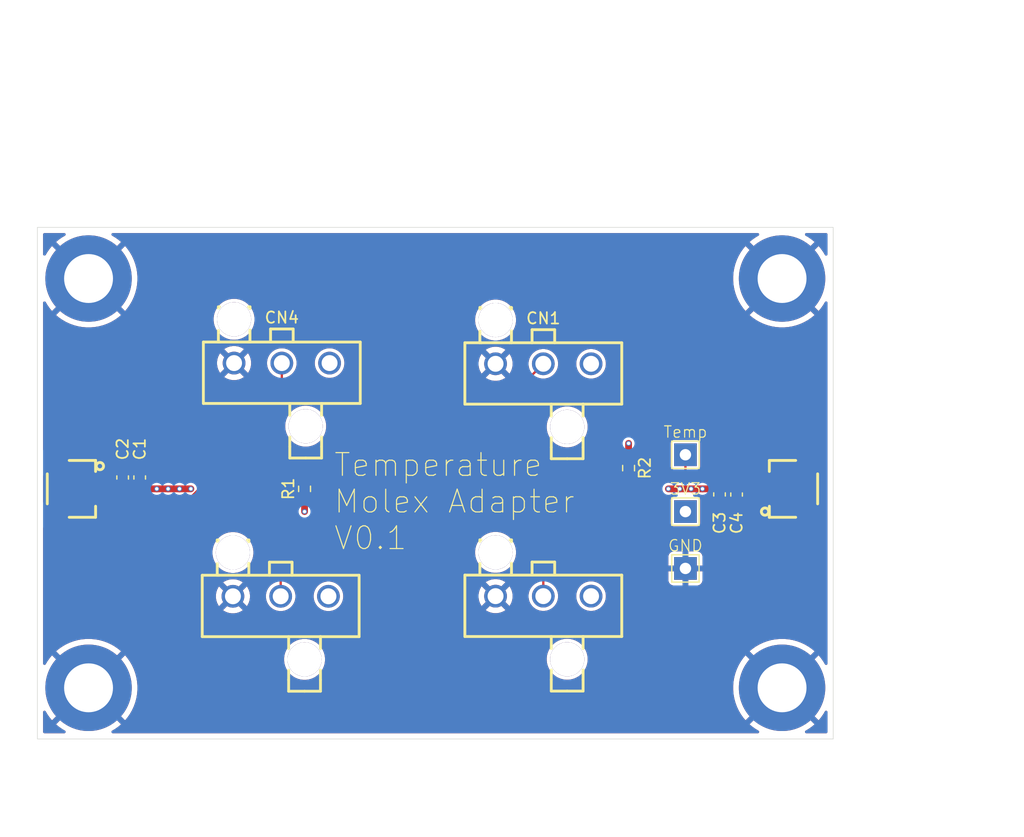
<source format=kicad_pcb>
(kicad_pcb (version 20241229) (generator "pcbnew") (generator_version "9.0")
  (layers (0 "F.Cu" signal) (4 "In1.Cu" power "Ground") (6 "In2.Cu" power "Power") (2 "B.Cu" signal) (13 "F.Paste" user) (15 "B.Paste" user) (5 "F.SilkS" user "F.Silkscreen") (7 "B.SilkS" user "B.Silkscreen") (1 "F.Mask" user) (3 "B.Mask" user) (25 "Edge.Cuts" user))
  (net 0 "")
  (net 1 "GND")
  (net 2 "/temp_jst/3v3")
  (net 3 "/temp_jst/temp")
  (footprint "Resistor_SMD:R_0603_1608Metric" (layer "F.Cu") (at 39 38.5 90)
    (property "Reference" "R1" (at 0 -1.43 90) (layer "F.SilkS"))
    (property "Value" "4.7k")
    (fp_line (start -0.237258 -0.5225) (end 0.237258 -0.5225) (stroke (width 0.12)) (layer "F.SilkS"))
    (fp_line (start -0.237258 0.5225) (end 0.237258 0.5225) (stroke (width 0.12)) (layer "F.SilkS"))
    (pad "1" smd roundrect (at -0.825 0 90) (size 0.8 0.95) (layers "F.Cu" "F.Mask" "F.Paste") (net 2 "/temp_jst/3v3"))
    (pad "2" smd roundrect (at 0.825 0 90) (size 0.8 0.95) (layers "F.Cu" "F.Mask" "F.Paste") (net 3 "/temp_jst/temp"))
  )
  (footprint "MountingHole:MountingHole_4.3mm_M4_ISO7380_Pad" (layer "F.Cu") (at 81 56)
    (property "Reference" "H4" (hide yes))
    (property "Value" "MountingHole_Pad")
    (pad "1" thru_hole circle (at 0 0) (size 7.6 7.6) (drill 4.3) (layers "*.Cu" "*.Mask") (net 1 "GND"))
  )
  (footprint "easyeda2kicad:LabeledTestPoint" (layer "F.Cu") (at 72.5 35.5)
    (property "Reference" "TP2" (hide yes))
    (property "Value" "LabeledTestPoint")
    (property "Label" "Temp" (at 0 -2 0) (layer "F.SilkS") (effects (font (thickness 0.1))))
    (fp_line (start -1.2 -1.2) (end 1.2 -1.2) (stroke (width 0.12)) (layer "F.SilkS"))
    (fp_line (start -1.2 1.2) (end -1.2 -1.2) (stroke (width 0.12)) (layer "F.SilkS"))
    (fp_line (start 1.2 -1.2) (end 1.2 1.2) (stroke (width 0.12)) (layer "F.SilkS"))
    (fp_line (start 1.2 1.2) (end -1.2 1.2) (stroke (width 0.12)) (layer "F.SilkS"))
    (pad "1" thru_hole rect (at 0 0) (size 2 2) (drill 1) (layers "*.Cu" "*.Mask") (net 3 "/temp_jst/temp"))
  )
  (footprint "MountingHole:MountingHole_4.3mm_M4_ISO7380_Pad" (layer "F.Cu") (at 20 56)
    (property "Reference" "H3" (hide yes))
    (property "Value" "MountingHole_Pad")
    (pad "1" thru_hole circle (at 0 0) (size 7.6 7.6) (drill 4.3) (layers "*.Cu" "*.Mask") (net 1 "GND"))
  )
  (footprint "easyeda2kicad:CONN-TH_3P-P4.20_39302030" (layer "F.Cu") (at 36.9 47.95)
    (property "Reference" "CN3" (hide yes))
    (property "Value" "39302030")
    (fp_line (start -6.9 -1.85) (end -6.9 3.55) (stroke (width 0.25)) (layer "F.SilkS"))
    (fp_line (start -6.9 3.55) (end 3.5 3.55) (stroke (width 0.25)) (layer "F.SilkS"))
    (fp_line (start -5.58 -4.95) (end -5.49 -4.95) (stroke (width 0.25)) (layer "F.SilkS"))
    (fp_line (start -5.58 -4.83) (end -5.58 -4.95) (stroke (width 0.25)) (layer "F.SilkS"))
    (fp_line (start -5.58 -1.85) (end -5.58 -2.87) (stroke (width 0.25)) (layer "F.SilkS"))
    (fp_line (start -5.44 -1.85) (end -6.9 -1.85) (stroke (width 0.25)) (layer "F.SilkS"))
    (fp_line (start -2.96 -1.85) (end -5.44 -1.85) (stroke (width 0.25)) (layer "F.SilkS"))
    (fp_line (start -2.92 -4.95) (end -2.8 -4.95) (stroke (width 0.25)) (layer "F.SilkS"))
    (fp_line (start -2.8 -4.95) (end -2.8 -4.8) (stroke (width 0.25)) (layer "F.SilkS"))
    (fp_line (start -2.8 -2.9) (end -2.8 -1.85) (stroke (width 0.25)) (layer "F.SilkS"))
    (fp_line (start -0.99 -3) (end 1 -3) (stroke (width 0.25)) (layer "F.SilkS"))
    (fp_line (start -0.99 -1.85) (end -0.99 -3) (stroke (width 0.25)) (layer "F.SilkS"))
    (fp_line (start 0.7 4.6) (end 0.7 3.55) (stroke (width 0.25)) (layer "F.SilkS"))
    (fp_line (start 0.7 7.35) (end 0.7 6.5) (stroke (width 0.25)) (layer "F.SilkS"))
    (fp_line (start 0.7 8.35) (end 0.7 7.35) (stroke (width 0.25)) (layer "F.SilkS"))
    (fp_line (start 1 -3) (end 1 -1.85) (stroke (width 0.25)) (layer "F.SilkS"))
    (fp_line (start 2.1 8.35) (end 0.7 8.35) (stroke (width 0.25)) (layer "F.SilkS"))
    (fp_line (start 2.1 8.35) (end 3.5 8.35) (stroke (width 0.25)) (layer "F.SilkS"))
    (fp_line (start 3.5 3.55) (end 6.9 3.55) (stroke (width 0.25)) (layer "F.SilkS"))
    (fp_line (start 3.5 4.6) (end 3.5 3.55) (stroke (width 0.25)) (layer "F.SilkS"))
    (fp_line (start 3.5 7.35) (end 3.5 6.5) (stroke (width 0.25)) (layer "F.SilkS"))
    (fp_line (start 3.5 8.35) (end 3.5 7.35) (stroke (width 0.25)) (layer "F.SilkS"))
    (fp_line (start 6.9 -1.85) (end -2.96 -1.85) (stroke (width 0.25)) (layer "F.SilkS"))
    (fp_line (start 6.9 3.55) (end 6.9 -1.85) (stroke (width 0.25)) (layer "F.SilkS"))
    (pad "" thru_hole circle (at -4.2 -3.85) (size 3 3) (drill 3) (layers "*.Cu" "*.Mask"))
    (pad "" thru_hole circle (at 2.1 5.55) (size 3 3) (drill 3) (layers "*.Cu" "*.Mask"))
    (pad "1" thru_hole circle (at 4.2 0) (size 2 2) (drill 1.399997) (layers "*.Cu" "*.Mask") (net 2 "/temp_jst/3v3"))
    (pad "2" thru_hole circle (at 0 0) (size 2 2) (drill 1.399997) (layers "*.Cu" "*.Mask") (net 3 "/temp_jst/temp"))
    (pad "3" thru_hole circle (at -4.2 0) (size 2 2) (drill 1.399997) (layers "*.Cu" "*.Mask") (net 1 "GND"))
  )
  (footprint "easyeda2kicad:CONN-TH_3P-P4.20_39302030" (layer "F.Cu") (at 60 27.5)
    (property "Reference" "CN1" (at 0 -4 0) (layer "F.SilkS"))
    (property "Value" "39302030")
    (fp_line (start -6.9 -1.85) (end -6.9 3.55) (stroke (width 0.25)) (layer "F.SilkS"))
    (fp_line (start -6.9 3.55) (end 3.5 3.55) (stroke (width 0.25)) (layer "F.SilkS"))
    (fp_line (start -5.58 -4.95) (end -5.49 -4.95) (stroke (width 0.25)) (layer "F.SilkS"))
    (fp_line (start -5.58 -4.83) (end -5.58 -4.95) (stroke (width 0.25)) (layer "F.SilkS"))
    (fp_line (start -5.58 -1.85) (end -5.58 -2.87) (stroke (width 0.25)) (layer "F.SilkS"))
    (fp_line (start -5.44 -1.85) (end -6.9 -1.85) (stroke (width 0.25)) (layer "F.SilkS"))
    (fp_line (start -2.96 -1.85) (end -5.44 -1.85) (stroke (width 0.25)) (layer "F.SilkS"))
    (fp_line (start -2.92 -4.95) (end -2.8 -4.95) (stroke (width 0.25)) (layer "F.SilkS"))
    (fp_line (start -2.8 -4.95) (end -2.8 -4.8) (stroke (width 0.25)) (layer "F.SilkS"))
    (fp_line (start -2.8 -2.9) (end -2.8 -1.85) (stroke (width 0.25)) (layer "F.SilkS"))
    (fp_line (start -0.99 -3) (end 1 -3) (stroke (width 0.25)) (layer "F.SilkS"))
    (fp_line (start -0.99 -1.85) (end -0.99 -3) (stroke (width 0.25)) (layer "F.SilkS"))
    (fp_line (start 0.7 4.6) (end 0.7 3.55) (stroke (width 0.25)) (layer "F.SilkS"))
    (fp_line (start 0.7 7.35) (end 0.7 6.5) (stroke (width 0.25)) (layer "F.SilkS"))
    (fp_line (start 0.7 8.35) (end 0.7 7.35) (stroke (width 0.25)) (layer "F.SilkS"))
    (fp_line (start 1 -3) (end 1 -1.85) (stroke (width 0.25)) (layer "F.SilkS"))
    (fp_line (start 2.1 8.35) (end 0.7 8.35) (stroke (width 0.25)) (layer "F.SilkS"))
    (fp_line (start 2.1 8.35) (end 3.5 8.35) (stroke (width 0.25)) (layer "F.SilkS"))
    (fp_line (start 3.5 3.55) (end 6.9 3.55) (stroke (width 0.25)) (layer "F.SilkS"))
    (fp_line (start 3.5 4.6) (end 3.5 3.55) (stroke (width 0.25)) (layer "F.SilkS"))
    (fp_line (start 3.5 7.35) (end 3.5 6.5) (stroke (width 0.25)) (layer "F.SilkS"))
    (fp_line (start 3.5 8.35) (end 3.5 7.35) (stroke (width 0.25)) (layer "F.SilkS"))
    (fp_line (start 6.9 -1.85) (end -2.96 -1.85) (stroke (width 0.25)) (layer "F.SilkS"))
    (fp_line (start 6.9 3.55) (end 6.9 -1.85) (stroke (width 0.25)) (layer "F.SilkS"))
    (pad "" thru_hole circle (at -4.2 -3.85) (size 3 3) (drill 3) (layers "*.Cu" "*.Mask"))
    (pad "" thru_hole circle (at 2.1 5.55) (size 3 3) (drill 3) (layers "*.Cu" "*.Mask"))
    (pad "1" thru_hole circle (at 4.2 0) (size 2 2) (drill 1.399997) (layers "*.Cu" "*.Mask") (net 2 "/temp_jst/3v3"))
    (pad "2" thru_hole circle (at 0 0) (size 2 2) (drill 1.399997) (layers "*.Cu" "*.Mask") (net 3 "/temp_jst/temp"))
    (pad "3" thru_hole circle (at -4.2 0) (size 2 2) (drill 1.399997) (layers "*.Cu" "*.Mask") (net 1 "GND"))
  )
  (footprint "easyeda2kicad:CONN-TH_3P-P4.20_39302030" (layer "F.Cu") (at 37 27.4375)
    (property "Reference" "CN4" (at 0 -4 0) (layer "F.SilkS"))
    (property "Value" "39302030")
    (fp_line (start -6.9 -1.85) (end -6.9 3.55) (stroke (width 0.25)) (layer "F.SilkS"))
    (fp_line (start -6.9 3.55) (end 3.5 3.55) (stroke (width 0.25)) (layer "F.SilkS"))
    (fp_line (start -5.58 -4.95) (end -5.49 -4.95) (stroke (width 0.25)) (layer "F.SilkS"))
    (fp_line (start -5.58 -4.83) (end -5.58 -4.95) (stroke (width 0.25)) (layer "F.SilkS"))
    (fp_line (start -5.58 -1.85) (end -5.58 -2.87) (stroke (width 0.25)) (layer "F.SilkS"))
    (fp_line (start -5.44 -1.85) (end -6.9 -1.85) (stroke (width 0.25)) (layer "F.SilkS"))
    (fp_line (start -2.96 -1.85) (end -5.44 -1.85) (stroke (width 0.25)) (layer "F.SilkS"))
    (fp_line (start -2.92 -4.95) (end -2.8 -4.95) (stroke (width 0.25)) (layer "F.SilkS"))
    (fp_line (start -2.8 -4.95) (end -2.8 -4.8) (stroke (width 0.25)) (layer "F.SilkS"))
    (fp_line (start -2.8 -2.9) (end -2.8 -1.85) (stroke (width 0.25)) (layer "F.SilkS"))
    (fp_line (start -0.99 -3) (end 1 -3) (stroke (width 0.25)) (layer "F.SilkS"))
    (fp_line (start -0.99 -1.85) (end -0.99 -3) (stroke (width 0.25)) (layer "F.SilkS"))
    (fp_line (start 0.7 4.6) (end 0.7 3.55) (stroke (width 0.25)) (layer "F.SilkS"))
    (fp_line (start 0.7 7.35) (end 0.7 6.5) (stroke (width 0.25)) (layer "F.SilkS"))
    (fp_line (start 0.7 8.35) (end 0.7 7.35) (stroke (width 0.25)) (layer "F.SilkS"))
    (fp_line (start 1 -3) (end 1 -1.85) (stroke (width 0.25)) (layer "F.SilkS"))
    (fp_line (start 2.1 8.35) (end 0.7 8.35) (stroke (width 0.25)) (layer "F.SilkS"))
    (fp_line (start 2.1 8.35) (end 3.5 8.35) (stroke (width 0.25)) (layer "F.SilkS"))
    (fp_line (start 3.5 3.55) (end 6.9 3.55) (stroke (width 0.25)) (layer "F.SilkS"))
    (fp_line (start 3.5 4.6) (end 3.5 3.55) (stroke (width 0.25)) (layer "F.SilkS"))
    (fp_line (start 3.5 7.35) (end 3.5 6.5) (stroke (width 0.25)) (layer "F.SilkS"))
    (fp_line (start 3.5 8.35) (end 3.5 7.35) (stroke (width 0.25)) (layer "F.SilkS"))
    (fp_line (start 6.9 -1.85) (end -2.96 -1.85) (stroke (width 0.25)) (layer "F.SilkS"))
    (fp_line (start 6.9 3.55) (end 6.9 -1.85) (stroke (width 0.25)) (layer "F.SilkS"))
    (pad "" thru_hole circle (at -4.2 -3.85) (size 3 3) (drill 3) (layers "*.Cu" "*.Mask"))
    (pad "" thru_hole circle (at 2.1 5.55) (size 3 3) (drill 3) (layers "*.Cu" "*.Mask"))
    (pad "1" thru_hole circle (at 4.2 0) (size 2 2) (drill 1.399997) (layers "*.Cu" "*.Mask") (net 2 "/temp_jst/3v3"))
    (pad "2" thru_hole circle (at 0 0) (size 2 2) (drill 1.399997) (layers "*.Cu" "*.Mask") (net 3 "/temp_jst/temp"))
    (pad "3" thru_hole circle (at -4.2 0) (size 2 2) (drill 1.399997) (layers "*.Cu" "*.Mask") (net 1 "GND"))
  )
  (footprint "Capacitor_SMD:C_0603_1608Metric" (layer "F.Cu") (at 23 37.5 -90)
    (property "Reference" "C2" (at -2.5 0 90) (layer "F.SilkS"))
    (property "Value" "100nF")
    (fp_line (start -0.14058 0.51) (end 0.14058 0.51) (stroke (width 0.12)) (layer "F.SilkS"))
    (fp_line (start -0.14058 -0.51) (end 0.14058 -0.51) (stroke (width 0.12)) (layer "F.SilkS"))
    (pad "1" smd roundrect (at -0.775 0 270) (size 0.9 0.95) (layers "F.Cu" "F.Mask" "F.Paste") (net 1 "GND"))
    (pad "2" smd roundrect (at 0.775 0 270) (size 0.9 0.95) (layers "F.Cu" "F.Mask" "F.Paste") (net 2 "/temp_jst/3v3"))
  )
  (footprint "easyeda2kicad:LabeledTestPoint" (layer "F.Cu") (at 72.5 40.5)
    (property "Reference" "TP1" (hide yes))
    (property "Value" "LabeledTestPoint")
    (property "Label" "3V3" (at 0 -2 0) (layer "F.SilkS") (effects (font (thickness 0.1))))
    (fp_line (start -1.2 -1.2) (end 1.2 -1.2) (stroke (width 0.12)) (layer "F.SilkS"))
    (fp_line (start -1.2 1.2) (end -1.2 -1.2) (stroke (width 0.12)) (layer "F.SilkS"))
    (fp_line (start 1.2 -1.2) (end 1.2 1.2) (stroke (width 0.12)) (layer "F.SilkS"))
    (fp_line (start 1.2 1.2) (end -1.2 1.2) (stroke (width 0.12)) (layer "F.SilkS"))
    (pad "1" thru_hole rect (at 0 0) (size 2 2) (drill 1) (layers "*.Cu" "*.Mask") (net 2 "/temp_jst/3v3"))
  )
  (footprint "Capacitor_SMD:C_0603_1608Metric" (layer "F.Cu") (at 24.5 37.5 -90)
    (property "Reference" "C1" (at -2.5 0 90) (layer "F.SilkS"))
    (property "Value" "1uF")
    (fp_line (start -0.14058 0.51) (end 0.14058 0.51) (stroke (width 0.12)) (layer "F.SilkS"))
    (fp_line (start -0.14058 -0.51) (end 0.14058 -0.51) (stroke (width 0.12)) (layer "F.SilkS"))
    (pad "1" smd roundrect (at -0.775 0 270) (size 0.9 0.95) (layers "F.Cu" "F.Mask" "F.Paste") (net 1 "GND"))
    (pad "2" smd roundrect (at 0.775 0 270) (size 0.9 0.95) (layers "F.Cu" "F.Mask" "F.Paste") (net 2 "/temp_jst/3v3"))
  )
  (footprint "easyeda2kicad:CONN-SMD_SM03B-SRSS-TB-LF-SN-P" (layer "F.Cu") (at 19 38.5 -90)
    (property "Reference" "U2" (hide yes))
    (property "Value" "SM03B-SRSS-TB(LF)(SN)(P)")
    (fp_line (start -1.32 2.63) (end 1.32 2.63) (stroke (width 0.25)) (layer "F.SilkS"))
    (fp_line (start -2.5 -1.62) (end -2.5 0.7) (stroke (width 0.25)) (layer "F.SilkS"))
    (fp_line (start -2.5 -1.62) (end -1.53 -1.62) (stroke (width 0.25)) (layer "F.SilkS"))
    (fp_line (start -2.37 -1.62) (end -2.5 -1.62) (stroke (width 0.25)) (layer "F.SilkS"))
    (fp_line (start 1.53 -1.62) (end 2.5 -1.62) (stroke (width 0.25)) (layer "F.SilkS"))
    (fp_line (start 2.5 -1.62) (end 2.5 0.7) (stroke (width 0.25)) (layer "F.SilkS"))
    (fp_circle (center -2 -2) (end -1.68 -2) (stroke (width 0.25)) (fill no) (layer "F.SilkS"))
    (pad "1" smd rect (at -1 -1.94 270) (size 0.6 1.55) (layers "F.Cu" "F.Mask" "F.Paste") (net 1 "GND"))
    (pad "2" smd rect (at 0 -1.94 270) (size 0.6 1.55) (layers "F.Cu" "F.Mask" "F.Paste") (net 2 "/temp_jst/3v3"))
    (pad "3" smd rect (at 1 -1.94 270) (size 0.6 1.55) (layers "F.Cu" "F.Mask" "F.Paste") (net 3 "/temp_jst/temp"))
    (pad "4" smd rect (at 2.3 1.94 270) (size 1.5 2) (layers "F.Cu" "F.Mask" "F.Paste"))
    (pad "5" smd rect (at -2.3 1.94 270) (size 1.5 2) (layers "F.Cu" "F.Mask" "F.Paste"))
  )
  (footprint "easyeda2kicad:CONN-SMD_SM03B-SRSS-TB-LF-SN-P" (layer "F.Cu") (at 81.5 38.5 90)
    (property "Reference" "U1" (hide yes))
    (property "Value" "SM03B-SRSS-TB(LF)(SN)(P)")
    (fp_line (start 2.5 -1.62) (end 2.5 0.7) (stroke (width 0.25)) (layer "F.SilkS"))
    (fp_line (start 1.53 -1.62) (end 2.5 -1.62) (stroke (width 0.25)) (layer "F.SilkS"))
    (fp_line (start -2.37 -1.62) (end -2.5 -1.62) (stroke (width 0.25)) (layer "F.SilkS"))
    (fp_line (start -2.5 -1.62) (end -1.53 -1.62) (stroke (width 0.25)) (layer "F.SilkS"))
    (fp_line (start -2.5 -1.62) (end -2.5 0.7) (stroke (width 0.25)) (layer "F.SilkS"))
    (fp_line (start -1.32 2.63) (end 1.32 2.63) (stroke (width 0.25)) (layer "F.SilkS"))
    (fp_circle (center -2 -2) (end -1.68 -2) (stroke (width 0.25)) (fill no) (layer "F.SilkS"))
    (pad "1" smd rect (at -1 -1.94 90) (size 0.6 1.55) (layers "F.Cu" "F.Mask" "F.Paste") (net 1 "GND"))
    (pad "2" smd rect (at 0 -1.94 90) (size 0.6 1.55) (layers "F.Cu" "F.Mask" "F.Paste") (net 2 "/temp_jst/3v3"))
    (pad "3" smd rect (at 1 -1.94 90) (size 0.6 1.55) (layers "F.Cu" "F.Mask" "F.Paste") (net 3 "/temp_jst/temp"))
    (pad "4" smd rect (at 2.3 1.94 90) (size 1.5 2) (layers "F.Cu" "F.Mask" "F.Paste"))
    (pad "5" smd rect (at -2.3 1.94 90) (size 1.5 2) (layers "F.Cu" "F.Mask" "F.Paste"))
  )
  (footprint "MountingHole:MountingHole_4.3mm_M4_ISO7380_Pad" (layer "F.Cu") (at 20 20)
    (property "Reference" "H1" (hide yes))
    (property "Value" "MountingHole_Pad")
    (pad "1" thru_hole circle (at 0 0) (size 7.6 7.6) (drill 4.3) (layers "*.Cu" "*.Mask") (net 1 "GND"))
  )
  (footprint "easyeda2kicad:LabeledTestPoint" (layer "F.Cu") (at 72.5 45.5)
    (property "Reference" "TP3" (hide yes))
    (property "Value" "LabeledTestPoint")
    (property "Label" "GND" (at 0 -2 0) (layer "F.SilkS") (effects (font (thickness 0.1))))
    (fp_line (start -1.2 -1.2) (end 1.2 -1.2) (stroke (width 0.12)) (layer "F.SilkS"))
    (fp_line (start -1.2 1.2) (end -1.2 -1.2) (stroke (width 0.12)) (layer "F.SilkS"))
    (fp_line (start 1.2 -1.2) (end 1.2 1.2) (stroke (width 0.12)) (layer "F.SilkS"))
    (fp_line (start 1.2 1.2) (end -1.2 1.2) (stroke (width 0.12)) (layer "F.SilkS"))
    (pad "1" thru_hole rect (at 0 0) (size 2 2) (drill 1) (layers "*.Cu" "*.Mask") (net 1 "GND"))
  )
  (footprint "Resistor_SMD:R_0603_1608Metric" (layer "F.Cu") (at 67.5 36.675 -90)
    (property "Reference" "R2" (at 0 -1.43 90) (layer "F.SilkS"))
    (property "Value" "4.7k")
    (fp_line (start -0.237258 0.5225) (end 0.237258 0.5225) (stroke (width 0.12)) (layer "F.SilkS"))
    (fp_line (start -0.237258 -0.5225) (end 0.237258 -0.5225) (stroke (width 0.12)) (layer "F.SilkS"))
    (pad "1" smd roundrect (at -0.825 0 270) (size 0.8 0.95) (layers "F.Cu" "F.Mask" "F.Paste") (net 2 "/temp_jst/3v3"))
    (pad "2" smd roundrect (at 0.825 0 270) (size 0.8 0.95) (layers "F.Cu" "F.Mask" "F.Paste") (net 3 "/temp_jst/temp"))
  )
  (footprint "easyeda2kicad:CONN-TH_3P-P4.20_39302030" (layer "F.Cu") (at 60 47.9375)
    (property "Reference" "CN2" (hide yes))
    (property "Value" "39302030")
    (fp_line (start -6.9 -1.85) (end -6.9 3.55) (stroke (width 0.25)) (layer "F.SilkS"))
    (fp_line (start -6.9 3.55) (end 3.5 3.55) (stroke (width 0.25)) (layer "F.SilkS"))
    (fp_line (start -5.58 -4.95) (end -5.49 -4.95) (stroke (width 0.25)) (layer "F.SilkS"))
    (fp_line (start -5.58 -4.83) (end -5.58 -4.95) (stroke (width 0.25)) (layer "F.SilkS"))
    (fp_line (start -5.58 -1.85) (end -5.58 -2.87) (stroke (width 0.25)) (layer "F.SilkS"))
    (fp_line (start -5.44 -1.85) (end -6.9 -1.85) (stroke (width 0.25)) (layer "F.SilkS"))
    (fp_line (start -2.96 -1.85) (end -5.44 -1.85) (stroke (width 0.25)) (layer "F.SilkS"))
    (fp_line (start -2.92 -4.95) (end -2.8 -4.95) (stroke (width 0.25)) (layer "F.SilkS"))
    (fp_line (start -2.8 -4.95) (end -2.8 -4.8) (stroke (width 0.25)) (layer "F.SilkS"))
    (fp_line (start -2.8 -2.9) (end -2.8 -1.85) (stroke (width 0.25)) (layer "F.SilkS"))
    (fp_line (start -0.99 -3) (end 1 -3) (stroke (width 0.25)) (layer "F.SilkS"))
    (fp_line (start -0.99 -1.85) (end -0.99 -3) (stroke (width 0.25)) (layer "F.SilkS"))
    (fp_line (start 0.7 4.6) (end 0.7 3.55) (stroke (width 0.25)) (layer "F.SilkS"))
    (fp_line (start 0.7 7.35) (end 0.7 6.5) (stroke (width 0.25)) (layer "F.SilkS"))
    (fp_line (start 0.7 8.35) (end 0.7 7.35) (stroke (width 0.25)) (layer "F.SilkS"))
    (fp_line (start 1 -3) (end 1 -1.85) (stroke (width 0.25)) (layer "F.SilkS"))
    (fp_line (start 2.1 8.35) (end 0.7 8.35) (stroke (width 0.25)) (layer "F.SilkS"))
    (fp_line (start 2.1 8.35) (end 3.5 8.35) (stroke (width 0.25)) (layer "F.SilkS"))
    (fp_line (start 3.5 3.55) (end 6.9 3.55) (stroke (width 0.25)) (layer "F.SilkS"))
    (fp_line (start 3.5 4.6) (end 3.5 3.55) (stroke (width 0.25)) (layer "F.SilkS"))
    (fp_line (start 3.5 7.35) (end 3.5 6.5) (stroke (width 0.25)) (layer "F.SilkS"))
    (fp_line (start 3.5 8.35) (end 3.5 7.35) (stroke (width 0.25)) (layer "F.SilkS"))
    (fp_line (start 6.9 -1.85) (end -2.96 -1.85) (stroke (width 0.25)) (layer "F.SilkS"))
    (fp_line (start 6.9 3.55) (end 6.9 -1.85) (stroke (width 0.25)) (layer "F.SilkS"))
    (pad "" thru_hole circle (at -4.2 -3.85) (size 3 3) (drill 3) (layers "*.Cu" "*.Mask"))
    (pad "" thru_hole circle (at 2.1 5.55) (size 3 3) (drill 3) (layers "*.Cu" "*.Mask"))
    (pad "1" thru_hole circle (at 4.2 0) (size 2 2) (drill 1.399997) (layers "*.Cu" "*.Mask") (net 2 "/temp_jst/3v3"))
    (pad "2" thru_hole circle (at 0 0) (size 2 2) (drill 1.399997) (layers "*.Cu" "*.Mask") (net 3 "/temp_jst/temp"))
    (pad "3" thru_hole circle (at -4.2 0) (size 2 2) (drill 1.399997) (layers "*.Cu" "*.Mask") (net 1 "GND"))
  )
  (footprint "Capacitor_SMD:C_0603_1608Metric" (layer "F.Cu") (at 77 39 90)
    (property "Reference" "C4" (at -2.5 0 90) (layer "F.SilkS"))
    (property "Value" "100nF")
    (fp_line (start -0.14058 -0.51) (end 0.14058 -0.51) (stroke (width 0.12)) (layer "F.SilkS"))
    (fp_line (start -0.14058 0.51) (end 0.14058 0.51) (stroke (width 0.12)) (layer "F.SilkS"))
    (pad "1" smd roundrect (at -0.775 0 90) (size 0.9 0.95) (layers "F.Cu" "F.Mask" "F.Paste") (net 1 "GND"))
    (pad "2" smd roundrect (at 0.775 0 90) (size 0.9 0.95) (layers "F.Cu" "F.Mask" "F.Paste") (net 2 "/temp_jst/3v3"))
  )
  (footprint "Capacitor_SMD:C_0603_1608Metric" (layer "F.Cu") (at 75.5 38.99 90)
    (property "Reference" "C3" (at -2.51 0 90) (layer "F.SilkS"))
    (property "Value" "1uF")
    (fp_line (start -0.14058 -0.51) (end 0.14058 -0.51) (stroke (width 0.12)) (layer "F.SilkS"))
    (fp_line (start -0.14058 0.51) (end 0.14058 0.51) (stroke (width 0.12)) (layer "F.SilkS"))
    (pad "1" smd roundrect (at -0.775 0 90) (size 0.9 0.95) (layers "F.Cu" "F.Mask" "F.Paste") (net 1 "GND"))
    (pad "2" smd roundrect (at 0.775 0 90) (size 0.9 0.95) (layers "F.Cu" "F.Mask" "F.Paste") (net 2 "/temp_jst/3v3"))
  )
  (footprint "MountingHole:MountingHole_4.3mm_M4_ISO7380_Pad" (layer "F.Cu") (at 81 20)
    (property "Reference" "H2" (hide yes))
    (property "Value" "MountingHole_Pad")
    (pad "1" thru_hole circle (at 0 0) (size 7.6 7.6) (drill 4.3) (layers "*.Cu" "*.Mask") (net 1 "GND"))
  )
  (gr_rect (start 15.5 15.5) (end 85.5 60.5) (stroke (width 0.05)) (fill no) (layer "Edge.Cuts"))
  (gr_text "Temperature\nMolex Adapter\nV0.1" (at 41.5 44 0) (layer "F.SilkS") (effects (font (size 2 2) (thickness 0.1)) (justify left bottom)))
  (segment (start 79.56 38.5) (end 74 38.5) (width 0.6) (layer "F.Cu") (net 2))
  (segment (start 28 38.5) (end 29 38.5) (width 0.6) (layer "F.Cu") (net 2))
  (segment (start 72 38.5) (end 71 38.5) (width 0.6) (layer "F.Cu") (net 2))
  (segment (start 67.5 35.85) (end 67.5 34.5) (width 0.6) (layer "F.Cu") (net 2))
  (segment (start 39 39.325) (end 39 40.5) (width 0.6) (layer "F.Cu") (net 2))
  (segment (start 74 38.5) (end 73 38.5) (width 0.6) (layer "F.Cu") (net 2))
  (segment (start 26 38.5) (end 27 38.5) (width 0.6) (layer "F.Cu") (net 2))
  (segment (start 20.94 38.5) (end 26 38.5) (width 0.6) (layer "F.Cu") (net 2))
  (segment (start 27 38.5) (end 28 38.5) (width 0.6) (layer "F.Cu") (net 2))
  (segment (start 73 38.5) (end 72 38.5) (width 0.6) (layer "F.Cu") (net 2))
  (via (at 27 38.5) (size 0.45) (drill 0.3) (layers "F.Cu" "B.Cu") (net 2))
  (via (at 73 38.5) (size 0.45) (drill 0.3) (layers "F.Cu" "B.Cu") (net 2))
  (via (at 26 38.5) (size 0.45) (drill 0.3) (layers "F.Cu" "B.Cu") (net 2))
  (via (at 71 38.5) (size 0.45) (drill 0.3) (layers "F.Cu" "B.Cu") (net 2))
  (via (at 74 38.5) (size 0.45) (drill 0.3) (layers "F.Cu" "B.Cu") (net 2))
  (via (at 29 38.5) (size 0.45) (drill 0.3) (layers "F.Cu" "B.Cu") (net 2))
  (via (at 67.5 34.5) (size 0.45) (drill 0.3) (layers "F.Cu" "B.Cu") (net 2))
  (via (at 72 38.5) (size 0.45) (drill 0.3) (layers "F.Cu" "B.Cu") (net 2))
  (via (at 28 38.5) (size 0.45) (drill 0.3) (layers "F.Cu" "B.Cu") (net 2))
  (via (at 39 40.5) (size 0.45) (drill 0.3) (layers "F.Cu" "B.Cu") (net 2))
  (segment (start 30.746705 37.5) (end 37 37.5) (width 0.2) (layer "F.Cu") (net 3))
  (segment (start 60 40.5) (end 57 37.5) (width 0.2) (layer "F.Cu") (net 3))
  (segment (start 72.5 37) (end 72 37.5) (width 0.2) (layer "F.Cu") (net 3))
  (segment (start 72 37.5) (end 79.56 37.5) (width 0.2) (layer "F.Cu") (net 3))
  (segment (start 28.5 39.5) (end 28.746705 39.5) (width 0.2) (layer "F.Cu") (net 3))
  (segment (start 72.5 35.5) (end 72.5 37) (width 0.2) (layer "F.Cu") (net 3))
  (segment (start 37 31.246705) (end 37 27.4375) (width 0.2) (layer "F.Cu") (net 3))
  (segment (start 36.9 37.6) (end 37 37.5) (width 0.2) (layer "F.Cu") (net 3))
  (segment (start 36.9 47.95) (end 36.9 37.6) (width 0.2) (layer "F.Cu") (net 3))
  (segment (start 60 47.9375) (end 60 40.5) (width 0.2) (layer "F.Cu") (net 3))
  (segment (start 20.94 39.5) (end 28.5 39.5) (width 0.2) (layer "F.Cu") (net 3))
  (segment (start 57 37.5) (end 72 37.5) (width 0.2) (layer "F.Cu") (net 3))
  (segment (start 28.746705 39.5) (end 30.746705 37.5) (width 0.2) (layer "F.Cu") (net 3))
  (segment (start 37 37.5) (end 57 37.5) (width 0.2) (layer "F.Cu") (net 3))
  (segment (start 60 27.5) (end 57 30.5) (width 0.2) (layer "F.Cu") (net 3))
  (segment (start 28.746705 39.5) (end 37 31.246705) (width 0.2) (layer "F.Cu") (net 3))
  (segment (start 57 30.5) (end 57 37.5) (width 0.2) (layer "F.Cu") (net 3))
  (zone (net 1) (net_name "GND") (layers "F.Cu" "B.Cu" "In1.Cu") (connect_pads (clearance 0.3)) (min_thickness 0.25) (fill yes (thermal_gap 0.5) (thermal_bridge_width 0.5))
    (polygon (pts (xy 15.5 15.5) (xy 85.5 15.5) (xy 85.5 60.5) (xy 15.5 60.5)))
  )
)
</source>
